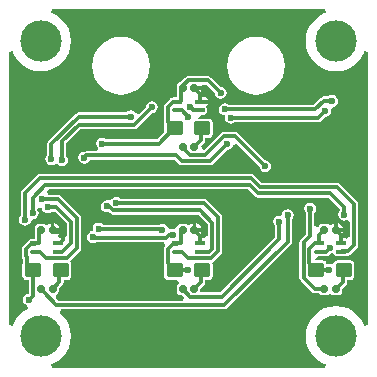
<source format=gbl>
G04*
G04 #@! TF.GenerationSoftware,Altium Limited,Altium Designer,19.1.8 (144)*
G04*
G04 Layer_Physical_Order=2*
G04 Layer_Color=16711680*
%FSAX43Y43*%
%MOMM*%
G71*
G01*
G75*
G04:AMPARAMS|DCode=34|XSize=0.6mm|YSize=0.6mm|CornerRadius=0.12mm|HoleSize=0mm|Usage=FLASHONLY|Rotation=0.000|XOffset=0mm|YOffset=0mm|HoleType=Round|Shape=RoundedRectangle|*
%AMROUNDEDRECTD34*
21,1,0.600,0.360,0,0,0.0*
21,1,0.360,0.600,0,0,0.0*
1,1,0.240,0.180,-0.180*
1,1,0.240,-0.180,-0.180*
1,1,0.240,-0.180,0.180*
1,1,0.240,0.180,0.180*
%
%ADD34ROUNDEDRECTD34*%
%ADD38C,0.300*%
%ADD40C,3.500*%
%ADD41C,0.600*%
G04:AMPARAMS|DCode=42|XSize=1.25mm|YSize=1.35mm|CornerRadius=0.125mm|HoleSize=0mm|Usage=FLASHONLY|Rotation=90.000|XOffset=0mm|YOffset=0mm|HoleType=Round|Shape=RoundedRectangle|*
%AMROUNDEDRECTD42*
21,1,1.250,1.100,0,0,90.0*
21,1,1.000,1.350,0,0,90.0*
1,1,0.250,0.550,0.500*
1,1,0.250,0.550,-0.500*
1,1,0.250,-0.550,-0.500*
1,1,0.250,-0.550,0.500*
%
%ADD42ROUNDEDRECTD42*%
G04:AMPARAMS|DCode=43|XSize=1mm|YSize=0.35mm|CornerRadius=0.088mm|HoleSize=0mm|Usage=FLASHONLY|Rotation=0.000|XOffset=0mm|YOffset=0mm|HoleType=Round|Shape=RoundedRectangle|*
%AMROUNDEDRECTD43*
21,1,1.000,0.175,0,0,0.0*
21,1,0.825,0.350,0,0,0.0*
1,1,0.175,0.413,-0.088*
1,1,0.175,-0.413,-0.088*
1,1,0.175,-0.413,0.088*
1,1,0.175,0.413,0.088*
%
%ADD43ROUNDEDRECTD43*%
G04:AMPARAMS|DCode=44|XSize=0.9mm|YSize=0.35mm|CornerRadius=0.088mm|HoleSize=0mm|Usage=FLASHONLY|Rotation=0.000|XOffset=0mm|YOffset=0mm|HoleType=Round|Shape=RoundedRectangle|*
%AMROUNDEDRECTD44*
21,1,0.900,0.175,0,0,0.0*
21,1,0.725,0.350,0,0,0.0*
1,1,0.175,0.363,-0.088*
1,1,0.175,-0.363,-0.088*
1,1,0.175,-0.363,0.088*
1,1,0.175,0.363,0.088*
%
%ADD44ROUNDEDRECTD44*%
G36*
X0126608Y0084894D02*
X0126519Y0084867D01*
X0126076Y0084631D01*
X0125688Y0084312D01*
X0125369Y0083924D01*
X0125133Y0083481D01*
X0124987Y0083000D01*
X0124938Y0082500D01*
X0124987Y0082000D01*
X0125133Y0081519D01*
X0125369Y0081076D01*
X0125688Y0080688D01*
X0126076Y0080369D01*
X0126519Y0080133D01*
X0127000Y0079987D01*
X0127500Y0079938D01*
X0128000Y0079987D01*
X0128481Y0080133D01*
X0128924Y0080369D01*
X0129312Y0080688D01*
X0129631Y0081076D01*
X0129867Y0081519D01*
X0129894Y0081608D01*
X0130194Y0081563D01*
X0130194Y0058437D01*
X0129894Y0058392D01*
X0129867Y0058481D01*
X0129631Y0058924D01*
X0129312Y0059312D01*
X0128924Y0059631D01*
X0128481Y0059867D01*
X0128000Y0060013D01*
X0127500Y0060062D01*
X0127000Y0060013D01*
X0126519Y0059867D01*
X0126076Y0059631D01*
X0125688Y0059312D01*
X0125369Y0058924D01*
X0125133Y0058481D01*
X0124987Y0058000D01*
X0124938Y0057500D01*
X0124987Y0057000D01*
X0125133Y0056519D01*
X0125369Y0056076D01*
X0125688Y0055688D01*
X0126076Y0055369D01*
X0126519Y0055133D01*
X0126608Y0055106D01*
X0126563Y0054806D01*
X0103437D01*
X0103392Y0055106D01*
X0103481Y0055133D01*
X0103924Y0055369D01*
X0104312Y0055688D01*
X0104631Y0056076D01*
X0104867Y0056519D01*
X0105013Y0057000D01*
X0105062Y0057500D01*
X0105013Y0058000D01*
X0104867Y0058481D01*
X0104631Y0058924D01*
X0104312Y0059312D01*
X0104091Y0059493D01*
X0104198Y0059793D01*
X0118050D01*
X0118187Y0059820D01*
X0118302Y0059898D01*
X0123652Y0065248D01*
X0123730Y0065363D01*
X0123757Y0065500D01*
Y0067362D01*
X0123760Y0067365D01*
X0123871Y0067530D01*
X0123910Y0067725D01*
X0123871Y0067920D01*
X0123760Y0068085D01*
X0123595Y0068196D01*
X0123400Y0068235D01*
X0123205Y0068196D01*
X0123040Y0068085D01*
X0122945Y0067944D01*
X0122929Y0067920D01*
X0122929Y0067920D01*
X0122890Y0067725D01*
X0122700Y0067710D01*
X0122505Y0067671D01*
X0122340Y0067560D01*
X0122229Y0067395D01*
X0122190Y0067200D01*
X0122229Y0067005D01*
X0122340Y0066840D01*
X0122343Y0066837D01*
Y0065852D01*
X0117698Y0061207D01*
X0116099D01*
X0116016Y0061308D01*
X0116012Y0061507D01*
X0116327Y0061822D01*
X0116404Y0061938D01*
X0116431Y0062074D01*
Y0062269D01*
X0116725D01*
X0116852Y0062294D01*
X0116959Y0062366D01*
X0117031Y0062473D01*
X0117056Y0062600D01*
Y0063600D01*
X0117031Y0063727D01*
X0117177Y0063873D01*
X0117752Y0064448D01*
X0117830Y0064563D01*
X0117857Y0064700D01*
Y0067607D01*
X0117830Y0067744D01*
X0117752Y0067859D01*
X0116564Y0069047D01*
X0116449Y0069125D01*
X0116312Y0069152D01*
X0109263D01*
X0109260Y0069156D01*
X0109095Y0069266D01*
X0108900Y0069305D01*
X0108705Y0069266D01*
X0108539Y0069156D01*
X0108318Y0068995D01*
X0108125Y0069003D01*
X0108090Y0069010D01*
X0107895Y0068971D01*
X0107730Y0068860D01*
X0107619Y0068695D01*
X0107580Y0068500D01*
X0107619Y0068305D01*
X0107730Y0068140D01*
X0107895Y0068029D01*
X0108090Y0067990D01*
X0108249Y0068022D01*
X0108378Y0067893D01*
X0108494Y0067815D01*
X0108631Y0067788D01*
X0115807D01*
X0116618Y0066977D01*
Y0066000D01*
X0116582Y0065950D01*
X0116356Y0065805D01*
X0116118Y0065850D01*
X0116005Y0066141D01*
X0116029Y0066176D01*
X0116057Y0066320D01*
Y0066350D01*
X0115500D01*
Y0066500D01*
X0115350D01*
Y0067057D01*
X0115320D01*
X0115176Y0067029D01*
X0115053Y0066947D01*
X0114805Y0066981D01*
X0114680Y0067006D01*
X0114320D01*
X0114195Y0066981D01*
X0114089Y0066911D01*
X0114019Y0066805D01*
X0113947Y0066669D01*
X0113700Y0066610D01*
X0113505Y0066571D01*
X0113271Y0066695D01*
X0113246Y0066732D01*
X0113160Y0066860D01*
X0112995Y0066971D01*
X0112800Y0067010D01*
X0112605Y0066971D01*
X0112584Y0066957D01*
X0107763D01*
X0107760Y0066960D01*
X0107595Y0067071D01*
X0107400Y0067110D01*
X0107205Y0067071D01*
X0107039Y0066960D01*
X0106929Y0066795D01*
X0106890Y0066600D01*
X0106900Y0066410D01*
X0106705Y0066371D01*
X0106705Y0066371D01*
X0106659Y0066340D01*
X0106540Y0066260D01*
X0106429Y0066095D01*
X0106390Y0065900D01*
X0106429Y0065705D01*
X0106540Y0065540D01*
X0106705Y0065429D01*
X0106900Y0065390D01*
X0107095Y0065429D01*
X0107191Y0065493D01*
X0112895D01*
X0113020Y0065193D01*
X0112998Y0065171D01*
X0112920Y0065055D01*
X0112893Y0064919D01*
Y0063672D01*
X0112920Y0063535D01*
X0112944Y0063500D01*
Y0062600D01*
X0112969Y0062473D01*
X0113041Y0062366D01*
X0113148Y0062294D01*
X0113275Y0062269D01*
X0114012D01*
X0114179Y0061991D01*
X0114176Y0061969D01*
X0114089Y0061911D01*
X0114019Y0061805D01*
X0113994Y0061680D01*
Y0061320D01*
X0114019Y0061195D01*
X0114089Y0061089D01*
X0114195Y0061019D01*
X0114320Y0060994D01*
X0114459D01*
X0114646Y0060764D01*
X0114540Y0060507D01*
X0103981D01*
X0103775Y0060725D01*
X0103786Y0060830D01*
X0103853Y0061051D01*
X0103911Y0061089D01*
X0103981Y0061195D01*
X0104006Y0061320D01*
Y0061502D01*
X0104327Y0061822D01*
X0104404Y0061938D01*
X0104431Y0062074D01*
Y0062269D01*
X0104725D01*
X0104852Y0062294D01*
X0104959Y0062366D01*
X0105031Y0062473D01*
X0105056Y0062600D01*
Y0063600D01*
X0105031Y0063727D01*
X0104982Y0063860D01*
X0105151Y0064046D01*
X0105802Y0064698D01*
X0105880Y0064813D01*
X0105907Y0064950D01*
Y0067475D01*
X0105880Y0067612D01*
X0105802Y0067727D01*
X0104177Y0069352D01*
X0104062Y0069430D01*
X0103925Y0069457D01*
X0103103D01*
X0103000Y0069757D01*
X0103169Y0069943D01*
X0120045D01*
X0120641Y0069348D01*
X0120756Y0069270D01*
X0120893Y0069243D01*
X0126852D01*
X0127682Y0068413D01*
X0127840Y0068160D01*
X0127729Y0067995D01*
X0127690Y0067800D01*
X0127729Y0067605D01*
X0127840Y0067440D01*
X0128005Y0067329D01*
X0128200Y0067290D01*
X0128378Y0067326D01*
X0128400Y0067326D01*
X0128678Y0067157D01*
Y0065960D01*
X0128595Y0065887D01*
X0128378Y0065769D01*
X0128312Y0065782D01*
X0128080D01*
X0127998Y0065948D01*
X0127966Y0066082D01*
X0128029Y0066176D01*
X0128057Y0066320D01*
Y0066350D01*
X0127500D01*
Y0066500D01*
X0127350D01*
Y0067057D01*
X0127320D01*
X0127176Y0067029D01*
X0127053Y0066947D01*
X0126805Y0066981D01*
X0126680Y0067006D01*
X0126320D01*
X0126195Y0066981D01*
X0126089Y0066911D01*
X0126019Y0066805D01*
X0126010Y0066764D01*
X0125957Y0066723D01*
X0125662Y0066868D01*
X0125657Y0066876D01*
Y0067937D01*
X0125660Y0067940D01*
X0125771Y0068105D01*
X0125810Y0068300D01*
X0125771Y0068495D01*
X0125660Y0068660D01*
X0125495Y0068771D01*
X0125300Y0068810D01*
X0125105Y0068771D01*
X0124940Y0068660D01*
X0124829Y0068495D01*
X0124790Y0068300D01*
X0124829Y0068105D01*
X0124940Y0067940D01*
X0124943Y0067937D01*
Y0066148D01*
X0124498Y0065702D01*
X0124420Y0065587D01*
X0124393Y0065450D01*
Y0062453D01*
X0124420Y0062317D01*
X0124498Y0062201D01*
X0125451Y0061248D01*
X0125567Y0061170D01*
X0125703Y0061143D01*
X0126053D01*
X0126089Y0061089D01*
X0126195Y0061019D01*
X0126320Y0060994D01*
X0126680D01*
X0126805Y0061019D01*
X0126911Y0061089D01*
X0127089D01*
X0127195Y0061019D01*
X0127320Y0060994D01*
X0127680D01*
X0127805Y0061019D01*
X0127911Y0061089D01*
X0127981Y0061195D01*
X0128006Y0061320D01*
Y0061502D01*
X0128327Y0061822D01*
X0128404Y0061938D01*
X0128431Y0062074D01*
Y0062269D01*
X0128725D01*
X0128852Y0062294D01*
X0128959Y0062366D01*
X0129031Y0062473D01*
X0129056Y0062600D01*
Y0063600D01*
X0129031Y0063727D01*
X0128959Y0063834D01*
X0128852Y0063906D01*
X0128725Y0063931D01*
X0127625D01*
X0127498Y0063906D01*
X0127391Y0063834D01*
X0127344Y0063765D01*
X0127126Y0063595D01*
X0126994Y0063591D01*
X0126900Y0063610D01*
X0126735Y0063577D01*
X0126706Y0063600D01*
X0126681Y0063727D01*
X0126609Y0063834D01*
X0126502Y0063906D01*
X0126375Y0063931D01*
X0125666D01*
X0125662Y0063980D01*
X0125933Y0064269D01*
X0126512D01*
X0126625Y0064292D01*
X0126627Y0064293D01*
X0126650D01*
X0126787Y0064320D01*
X0126902Y0064398D01*
X0126996Y0064491D01*
X0127000Y0064490D01*
X0127195Y0064529D01*
X0127380Y0064355D01*
X0127475Y0064292D01*
X0127588Y0064269D01*
X0128312D01*
X0128425Y0064292D01*
X0128464Y0064318D01*
X0128528D01*
X0128665Y0064345D01*
X0128781Y0064423D01*
X0129287Y0064929D01*
X0129364Y0065045D01*
X0129391Y0065181D01*
Y0068666D01*
X0129364Y0068802D01*
X0129287Y0068918D01*
X0127852Y0070352D01*
X0127737Y0070430D01*
X0127600Y0070457D01*
X0121248D01*
X0120552Y0071152D01*
X0120437Y0071230D01*
X0120300Y0071257D01*
X0102400D01*
X0102263Y0071230D01*
X0102148Y0071152D01*
X0100902Y0069907D01*
X0100825Y0069791D01*
X0100798Y0069655D01*
Y0067710D01*
X0100693Y0067554D01*
X0100654Y0067358D01*
X0100693Y0067163D01*
X0100804Y0066998D01*
X0100969Y0066887D01*
X0101164Y0066849D01*
X0101359Y0066887D01*
X0101525Y0066998D01*
X0101635Y0067163D01*
X0101638Y0067176D01*
X0101805Y0067423D01*
X0102000Y0067462D01*
X0102165Y0067573D01*
X0102276Y0067738D01*
X0102314Y0067933D01*
X0102276Y0068128D01*
X0102210Y0068226D01*
X0102214Y0068238D01*
X0102301Y0068315D01*
X0102569Y0068374D01*
X0102600Y0068351D01*
X0102629Y0068205D01*
X0102739Y0068039D01*
X0102905Y0067929D01*
X0103100Y0067890D01*
X0103295Y0067929D01*
X0103460Y0068039D01*
X0103762Y0067984D01*
X0104693Y0067052D01*
Y0065950D01*
X0104587Y0065867D01*
X0104393Y0065766D01*
X0104312Y0065782D01*
X0104080D01*
X0103998Y0065948D01*
X0103966Y0066082D01*
X0104029Y0066176D01*
X0104057Y0066320D01*
Y0066350D01*
X0103500D01*
Y0066500D01*
X0103350D01*
Y0067057D01*
X0103320D01*
X0103176Y0067029D01*
X0103053Y0066947D01*
X0102805Y0066981D01*
X0102680Y0067006D01*
X0102320D01*
X0102195Y0066981D01*
X0102089Y0066911D01*
X0102019Y0066805D01*
X0101994Y0066680D01*
Y0066353D01*
X0101993Y0066350D01*
Y0065731D01*
X0101688D01*
X0101575Y0065708D01*
X0101480Y0065645D01*
X0101460Y0065615D01*
X0101404Y0065577D01*
X0100998Y0065171D01*
X0100920Y0065055D01*
X0100893Y0064919D01*
Y0064272D01*
X0100920Y0064135D01*
X0100990Y0064031D01*
Y0063758D01*
X0100969Y0063727D01*
X0100944Y0063600D01*
Y0062600D01*
X0100969Y0062473D01*
X0101041Y0062366D01*
X0101148Y0062294D01*
X0101275Y0062269D01*
X0101468D01*
Y0061103D01*
X0101305Y0061071D01*
X0101140Y0060960D01*
X0101029Y0060795D01*
X0100990Y0060600D01*
X0101029Y0060405D01*
X0101140Y0060240D01*
X0101305Y0060129D01*
X0101354Y0060119D01*
X0101401Y0059804D01*
X0101076Y0059631D01*
X0100688Y0059312D01*
X0100369Y0058924D01*
X0100133Y0058481D01*
X0100106Y0058392D01*
X0099806Y0058437D01*
Y0081563D01*
X0100106Y0081608D01*
X0100133Y0081519D01*
X0100369Y0081076D01*
X0100688Y0080688D01*
X0101076Y0080369D01*
X0101519Y0080133D01*
X0102000Y0079987D01*
X0102500Y0079938D01*
X0103000Y0079987D01*
X0103481Y0080133D01*
X0103924Y0080369D01*
X0104312Y0080688D01*
X0104631Y0081076D01*
X0104867Y0081519D01*
X0105013Y0082000D01*
X0105062Y0082500D01*
X0105013Y0083000D01*
X0104867Y0083481D01*
X0104631Y0083924D01*
X0104312Y0084312D01*
X0103924Y0084631D01*
X0103481Y0084867D01*
X0103392Y0084894D01*
X0103437Y0085194D01*
X0126563Y0085194D01*
X0126608Y0084894D01*
D02*
G37*
%LPC*%
G36*
X0120715Y0082837D02*
X0120240Y0082790D01*
X0119783Y0082651D01*
X0119361Y0082426D01*
X0118992Y0082123D01*
X0118689Y0081754D01*
X0118464Y0081332D01*
X0118325Y0080875D01*
X0118278Y0080400D01*
X0118325Y0079925D01*
X0118464Y0079467D01*
X0118689Y0079046D01*
X0118992Y0078677D01*
X0119361Y0078374D01*
X0119783Y0078149D01*
X0120240Y0078010D01*
X0120715Y0077963D01*
X0121190Y0078010D01*
X0121647Y0078149D01*
X0122069Y0078374D01*
X0122438Y0078677D01*
X0122741Y0079046D01*
X0122966Y0079467D01*
X0123105Y0079925D01*
X0123152Y0080400D01*
X0123105Y0080875D01*
X0122966Y0081332D01*
X0122741Y0081754D01*
X0122438Y0082123D01*
X0122069Y0082426D01*
X0121647Y0082651D01*
X0121190Y0082790D01*
X0120715Y0082837D01*
D02*
G37*
G36*
X0109285D02*
X0108810Y0082790D01*
X0108353Y0082651D01*
X0107931Y0082426D01*
X0107562Y0082123D01*
X0107259Y0081754D01*
X0107034Y0081332D01*
X0106895Y0080875D01*
X0106848Y0080400D01*
X0106895Y0079925D01*
X0107034Y0079467D01*
X0107259Y0079046D01*
X0107562Y0078677D01*
X0107931Y0078374D01*
X0108353Y0078149D01*
X0108810Y0078010D01*
X0109285Y0077963D01*
X0109760Y0078010D01*
X0110217Y0078149D01*
X0110639Y0078374D01*
X0111008Y0078677D01*
X0111311Y0079046D01*
X0111536Y0079467D01*
X0111675Y0079925D01*
X0111722Y0080400D01*
X0111675Y0080875D01*
X0111536Y0081332D01*
X0111311Y0081754D01*
X0111008Y0082123D01*
X0110639Y0082426D01*
X0110217Y0082651D01*
X0109760Y0082790D01*
X0109285Y0082837D01*
D02*
G37*
G36*
X0116684Y0079507D02*
X0114950D01*
X0114813Y0079480D01*
X0114698Y0079402D01*
X0114297Y0079002D01*
X0114195Y0078981D01*
X0114089Y0078911D01*
X0114019Y0078805D01*
X0113994Y0078680D01*
Y0078353D01*
X0113993Y0078350D01*
Y0077731D01*
X0113688D01*
X0113575Y0077708D01*
X0113480Y0077645D01*
X0113460Y0077615D01*
X0113404Y0077577D01*
X0112998Y0077171D01*
X0112920Y0077055D01*
X0112893Y0076919D01*
Y0075672D01*
X0112920Y0075535D01*
X0112944Y0075500D01*
Y0074773D01*
X0112327Y0074157D01*
X0108063D01*
X0108060Y0074160D01*
X0107895Y0074271D01*
X0107700Y0074310D01*
X0107505Y0074271D01*
X0107340Y0074160D01*
X0107229Y0073995D01*
X0107190Y0073800D01*
X0107229Y0073605D01*
X0107328Y0073457D01*
X0107308Y0073363D01*
X0107223Y0073157D01*
X0106350D01*
X0106213Y0073130D01*
X0106211Y0073128D01*
X0106175Y0073135D01*
X0105980Y0073096D01*
X0105815Y0072985D01*
X0105704Y0072820D01*
X0105665Y0072625D01*
X0105704Y0072430D01*
X0105815Y0072265D01*
X0105980Y0072154D01*
X0106175Y0072115D01*
X0106370Y0072154D01*
X0106535Y0072265D01*
X0106646Y0072430D01*
X0106649Y0072443D01*
X0113816D01*
X0114161Y0072098D01*
X0114277Y0072020D01*
X0114414Y0071993D01*
X0116850D01*
X0116987Y0072020D01*
X0117102Y0072098D01*
X0118296Y0073291D01*
X0118300Y0073290D01*
X0118495Y0073329D01*
X0118660Y0073440D01*
X0118771Y0073605D01*
X0118787Y0073684D01*
X0119088Y0073802D01*
X0119093Y0073802D01*
X0120991Y0071904D01*
X0120990Y0071900D01*
X0121029Y0071705D01*
X0121140Y0071540D01*
X0121305Y0071429D01*
X0121500Y0071390D01*
X0121695Y0071429D01*
X0121860Y0071540D01*
X0121971Y0071705D01*
X0122010Y0071900D01*
X0121971Y0072095D01*
X0121860Y0072260D01*
X0121695Y0072371D01*
X0121500Y0072410D01*
X0121496Y0072409D01*
X0119202Y0074702D01*
X0119087Y0074780D01*
X0118950Y0074807D01*
X0118031D01*
X0117894Y0074780D01*
X0117778Y0074702D01*
X0116362Y0073286D01*
X0116214Y0073291D01*
X0116099Y0073595D01*
X0116327Y0073822D01*
X0116404Y0073938D01*
X0116431Y0074074D01*
Y0074269D01*
X0116725D01*
X0116852Y0074294D01*
X0116959Y0074366D01*
X0117031Y0074473D01*
X0117056Y0074600D01*
Y0075600D01*
X0117031Y0075727D01*
X0116959Y0075834D01*
X0116852Y0075906D01*
X0116725Y0075931D01*
X0115807D01*
X0115782Y0075958D01*
X0115782Y0075979D01*
X0116071Y0076269D01*
X0116312D01*
X0116425Y0076292D01*
X0116520Y0076355D01*
X0116583Y0076450D01*
X0116606Y0076562D01*
Y0076738D01*
X0116583Y0076850D01*
X0116520Y0076945D01*
X0116630Y0077131D01*
X0116644Y0077200D01*
X0115950D01*
Y0077500D01*
X0116644D01*
X0116630Y0077569D01*
X0116556Y0077681D01*
X0116444Y0077755D01*
X0116312Y0077782D01*
X0116080D01*
X0115998Y0077948D01*
X0115966Y0078082D01*
X0116029Y0078176D01*
X0116057Y0078320D01*
Y0078350D01*
X0115500D01*
Y0078650D01*
X0116057D01*
Y0078680D01*
X0116150Y0078793D01*
X0116536D01*
X0117220Y0078109D01*
X0117219Y0078105D01*
X0117258Y0077910D01*
X0117369Y0077744D01*
X0117534Y0077634D01*
X0117729Y0077595D01*
X0117924Y0077634D01*
X0118089Y0077744D01*
X0118200Y0077910D01*
X0118239Y0078105D01*
X0118200Y0078300D01*
X0118089Y0078465D01*
X0117924Y0078576D01*
X0117729Y0078615D01*
X0117725Y0078614D01*
X0116936Y0079402D01*
X0116820Y0079480D01*
X0116684Y0079507D01*
D02*
G37*
G36*
X0127175Y0077935D02*
X0126980Y0077896D01*
X0126847Y0077807D01*
X0126450D01*
X0126313Y0077780D01*
X0126198Y0077702D01*
X0125552Y0077057D01*
X0118463D01*
X0118460Y0077060D01*
X0118295Y0077171D01*
X0118100Y0077210D01*
X0117905Y0077171D01*
X0117739Y0077060D01*
X0117629Y0076895D01*
X0117590Y0076700D01*
X0117629Y0076505D01*
X0117739Y0076339D01*
X0117905Y0076229D01*
X0118100Y0076190D01*
X0118090Y0076000D01*
X0118129Y0075805D01*
X0118240Y0075640D01*
X0118405Y0075529D01*
X0118600Y0075490D01*
X0118795Y0075529D01*
X0118960Y0075640D01*
X0118963Y0075643D01*
X0126000D01*
X0126137Y0075670D01*
X0126252Y0075748D01*
X0126596Y0076091D01*
X0126600Y0076090D01*
X0126795Y0076129D01*
X0126960Y0076240D01*
X0127071Y0076405D01*
X0127110Y0076600D01*
X0127105Y0076623D01*
X0127159Y0076847D01*
X0127324Y0076945D01*
X0127370Y0076954D01*
X0127535Y0077065D01*
X0127646Y0077230D01*
X0127685Y0077425D01*
X0127646Y0077620D01*
X0127535Y0077785D01*
X0127370Y0077896D01*
X0127175Y0077935D01*
D02*
G37*
G36*
X0111900Y0077410D02*
X0111705Y0077371D01*
X0111540Y0077260D01*
X0111429Y0077095D01*
X0111390Y0076900D01*
X0111391Y0076896D01*
X0110843Y0076348D01*
X0110489Y0076418D01*
X0110460Y0076460D01*
X0110295Y0076571D01*
X0110100Y0076610D01*
X0109905Y0076571D01*
X0109740Y0076460D01*
X0109737Y0076457D01*
X0105700D01*
X0105563Y0076430D01*
X0105448Y0076352D01*
X0103148Y0074052D01*
X0103070Y0073937D01*
X0103043Y0073800D01*
Y0072863D01*
X0103040Y0072860D01*
X0102929Y0072695D01*
X0102890Y0072500D01*
X0102929Y0072305D01*
X0103040Y0072140D01*
X0103205Y0072029D01*
X0103400Y0071990D01*
X0103595Y0072029D01*
X0103760Y0072140D01*
X0103939Y0072039D01*
X0104105Y0071929D01*
X0104300Y0071890D01*
X0104495Y0071929D01*
X0104660Y0072039D01*
X0104771Y0072205D01*
X0104810Y0072400D01*
X0104771Y0072595D01*
X0104660Y0072760D01*
X0104657Y0072763D01*
Y0073845D01*
X0105855Y0075043D01*
X0110400D01*
X0110537Y0075070D01*
X0110652Y0075148D01*
X0111896Y0076391D01*
X0111900Y0076390D01*
X0112095Y0076429D01*
X0112260Y0076540D01*
X0112371Y0076705D01*
X0112410Y0076900D01*
X0112371Y0077095D01*
X0112260Y0077260D01*
X0112095Y0077371D01*
X0111900Y0077410D01*
D02*
G37*
G36*
X0103680Y0067057D02*
X0103650D01*
Y0066650D01*
X0104057D01*
Y0066680D01*
X0104029Y0066824D01*
X0103947Y0066947D01*
X0103824Y0067029D01*
X0103680Y0067057D01*
D02*
G37*
G36*
X0115680D02*
X0115650D01*
Y0066650D01*
X0116057D01*
Y0066680D01*
X0116029Y0066824D01*
X0115947Y0066947D01*
X0115824Y0067029D01*
X0115680Y0067057D01*
D02*
G37*
G36*
X0127680D02*
X0127650D01*
Y0066650D01*
X0128057D01*
Y0066680D01*
X0128029Y0066824D01*
X0127947Y0066947D01*
X0127824Y0067029D01*
X0127680Y0067057D01*
D02*
G37*
%LPD*%
D34*
X0102500Y0066500D02*
D03*
X0103500D02*
D03*
X0102500Y0061500D02*
D03*
X0103500D02*
D03*
X0114500Y0066500D02*
D03*
X0115500D02*
D03*
X0114500Y0061500D02*
D03*
X0115500D02*
D03*
X0114500Y0078500D02*
D03*
X0115500D02*
D03*
X0114500Y0073500D02*
D03*
X0115500Y0073500D02*
D03*
X0127500Y0061500D02*
D03*
X0126500D02*
D03*
X0127500Y0066500D02*
D03*
X0126500D02*
D03*
D38*
X0105050Y0065381D02*
Y0067200D01*
X0103790Y0068460D02*
X0105050Y0067200D01*
X0103160Y0068460D02*
X0103790D01*
X0105550Y0064950D02*
Y0067475D01*
X0103925Y0069100D02*
X0105550Y0067475D01*
X0102600Y0069100D02*
X0103925D01*
X0104343Y0066357D02*
X0104400Y0066300D01*
X0103643Y0066357D02*
X0104343D01*
X0103500Y0066500D02*
X0103643Y0066357D01*
X0104400Y0065619D02*
Y0066300D01*
X0104131Y0065350D02*
X0104400Y0065619D01*
X0103500Y0066500D02*
X0103631D01*
X0115955Y0068145D02*
X0116975Y0067125D01*
Y0064889D02*
Y0067125D01*
X0116736Y0064650D02*
X0116975Y0064889D01*
X0116312Y0068795D02*
X0117500Y0067607D01*
Y0064700D02*
Y0067607D01*
X0116925Y0064125D02*
X0117500Y0064700D01*
X0114950Y0064125D02*
X0116925D01*
X0115950Y0064650D02*
X0116736D01*
X0125250Y0063725D02*
X0125875Y0063100D01*
X0118050Y0060150D02*
X0123400Y0065500D01*
X0103825Y0060150D02*
X0118050D01*
X0102850Y0061125D02*
X0103825Y0060150D01*
X0114500Y0061475D02*
X0115125Y0060850D01*
X0114500Y0061475D02*
Y0061500D01*
X0123400Y0065500D02*
Y0067725D01*
X0114414Y0072350D02*
X0116850D01*
X0113964Y0072800D02*
X0114414Y0072350D01*
X0106350Y0072800D02*
X0113964D01*
X0114500Y0073475D02*
X0115125Y0072850D01*
X0114500Y0073475D02*
Y0073500D01*
X0101805Y0069224D02*
X0102881Y0070300D01*
X0101805Y0067933D02*
Y0069224D01*
X0101155Y0069655D02*
X0102400Y0070900D01*
X0101155Y0067368D02*
Y0069655D01*
Y0067368D02*
X0101164Y0067358D01*
X0106175Y0072625D02*
X0106350Y0072800D01*
X0116850Y0072350D02*
X0118300Y0073800D01*
X0108631Y0068145D02*
X0115955D01*
X0108900Y0068795D02*
X0116312D01*
X0108276Y0068500D02*
X0108631Y0068145D01*
X0108090Y0068500D02*
X0108276D01*
X0120193Y0070300D02*
X0120893Y0069600D01*
X0102881Y0070300D02*
X0120193D01*
X0116684Y0079150D02*
X0117729Y0078105D01*
X0114950Y0079150D02*
X0116684D01*
X0114500Y0078700D02*
X0114950Y0079150D01*
X0118600Y0076000D02*
X0126000D01*
X0126600Y0076600D01*
X0118100Y0076700D02*
X0125700D01*
X0126450Y0077450D01*
X0127150D01*
X0127175Y0077425D01*
X0105707Y0075400D02*
X0110400D01*
X0104300Y0073993D02*
X0105707Y0075400D01*
X0104300Y0072400D02*
Y0073993D01*
X0105700Y0076100D02*
X0110100D01*
X0103400Y0073800D02*
X0105700Y0076100D01*
X0103400Y0072500D02*
Y0073800D01*
X0116431Y0072850D02*
X0118031Y0074450D01*
X0115125Y0072850D02*
X0116431D01*
X0102400Y0070900D02*
X0120300D01*
X0115119Y0076900D02*
X0115200D01*
X0115425Y0076675D01*
X0115925D01*
X0115950Y0076650D01*
X0115975Y0076675D01*
X0115119Y0076900D02*
X0115194Y0076825D01*
X0114975Y0076100D02*
X0115000D01*
X0114425Y0076650D02*
X0114975Y0076100D01*
X0126650Y0064650D02*
X0127000Y0065000D01*
X0126100Y0064650D02*
X0126650D01*
X0128528Y0064675D02*
X0129034Y0065181D01*
X0127975Y0064675D02*
X0128528D01*
X0129034Y0065181D02*
Y0068666D01*
X0127600Y0070100D02*
X0129034Y0068666D01*
X0127950Y0064650D02*
X0127975Y0064675D01*
X0112475Y0073800D02*
X0113775Y0075100D01*
X0107700Y0073800D02*
X0112475D01*
X0110400Y0075400D02*
X0111900Y0076900D01*
X0115998Y0077375D02*
Y0078002D01*
X0115973Y0077350D02*
X0115998Y0077375D01*
X0115950Y0077350D02*
X0115973D01*
X0115500Y0078500D02*
X0115998Y0078002D01*
X0122700Y0065705D02*
Y0067200D01*
X0117845Y0060850D02*
X0122700Y0065705D01*
X0115125Y0060850D02*
X0117845D01*
X0128200Y0067800D02*
Y0068400D01*
X0127000Y0069600D02*
X0128200Y0068400D01*
X0120893Y0069600D02*
X0127000D01*
X0120300Y0070900D02*
X0121100Y0070100D01*
X0127950Y0065350D02*
Y0066050D01*
X0127500Y0066500D02*
X0127950Y0066050D01*
X0115998Y0065375D02*
Y0066002D01*
X0115973Y0065350D02*
X0115998Y0065375D01*
X0115950Y0065350D02*
X0115973D01*
X0115500Y0066500D02*
X0115998Y0066002D01*
X0103950Y0065350D02*
X0104131D01*
X0112700Y0066600D02*
X0112800Y0066500D01*
X0107400Y0066600D02*
X0112700D01*
X0118950Y0074450D02*
X0121500Y0071900D01*
X0118031Y0074450D02*
X0118950D01*
X0121100Y0070100D02*
X0127600D01*
X0113775Y0075100D02*
X0113822D01*
X0101500Y0060600D02*
X0101825Y0060925D01*
Y0063100D01*
X0125875D02*
X0126900D01*
X0125825D02*
X0125875D01*
X0113825D02*
X0115000D01*
X0114500Y0078500D02*
Y0078700D01*
Y0078500D02*
X0114500Y0078500D01*
X0113250Y0075672D02*
X0113822Y0075100D01*
X0106950Y0065850D02*
X0113069D01*
X0113319Y0066100D02*
X0113700D01*
X0113069Y0065850D02*
X0113319Y0066100D01*
X0113250Y0063672D02*
X0113822Y0063100D01*
X0106900Y0065900D02*
X0106950Y0065850D01*
X0113656Y0065325D02*
X0114025D01*
X0113250Y0064919D02*
X0113656Y0065325D01*
X0114350Y0066350D02*
X0114500Y0066500D01*
X0114350Y0065375D02*
Y0066350D01*
X0114325Y0065350D02*
X0114350Y0065375D01*
X0114425Y0064650D02*
X0114950Y0064125D01*
X0114100Y0064650D02*
X0114425D01*
X0115500Y0073500D02*
X0116074Y0074074D01*
X0114100Y0076650D02*
X0114425D01*
X0104319Y0064650D02*
X0105050Y0065381D01*
X0103950Y0064650D02*
X0104319D01*
X0104725Y0064125D02*
X0105550Y0064950D01*
X0102950Y0064125D02*
X0104725D01*
X0102425Y0064650D02*
X0102950Y0064125D01*
X0102100Y0064650D02*
X0102425D01*
X0125300Y0066000D02*
Y0068300D01*
X0124750Y0065450D02*
X0125300Y0066000D01*
X0124750Y0062453D02*
Y0065450D01*
X0128074Y0062074D02*
Y0062999D01*
X0127500Y0061500D02*
X0128074Y0062074D01*
Y0062999D02*
X0128175Y0063100D01*
X0125681Y0065350D02*
X0126050D01*
X0125250Y0064919D02*
X0125681Y0065350D01*
X0126050D02*
Y0066050D01*
X0126500Y0066500D01*
X0125250Y0063725D02*
Y0064919D01*
X0124750Y0062453D02*
X0125703Y0061500D01*
X0126500D01*
X0102350Y0065375D02*
Y0066350D01*
X0114025Y0077325D02*
X0114050Y0077350D01*
X0113656Y0077325D02*
X0114025D01*
X0113250Y0076919D02*
X0113656Y0077325D01*
X0113250Y0075672D02*
Y0076919D01*
X0113822Y0075100D02*
X0113825D01*
X0116074Y0074074D02*
Y0074999D01*
X0116175Y0075100D01*
X0114025Y0065325D02*
X0114050Y0065350D01*
X0113250Y0063672D02*
Y0064919D01*
X0113822Y0063100D02*
X0113825D01*
X0102025Y0065325D02*
X0102050Y0065350D01*
X0101656Y0065325D02*
X0102025D01*
X0101250Y0064919D02*
X0101656Y0065325D01*
X0101250Y0064272D02*
Y0064919D01*
Y0064272D02*
X0101347Y0064175D01*
Y0063575D02*
Y0064175D01*
Y0063575D02*
X0101822Y0063100D01*
X0101825D01*
X0114050Y0077350D02*
X0114325D01*
X0114350Y0077375D01*
Y0078350D01*
X0114500Y0078500D01*
X0102050Y0065350D02*
X0102325D01*
X0102350Y0065375D01*
Y0066350D02*
X0102500Y0066500D01*
X0114050Y0065350D02*
X0114325D01*
X0102850Y0061125D02*
Y0061150D01*
X0102500Y0061500D02*
X0102850Y0061150D01*
X0116074Y0062074D02*
Y0062999D01*
X0116175Y0063100D01*
X0115500Y0061500D02*
X0116074Y0062074D01*
X0104074Y0062074D02*
Y0062999D01*
X0104175Y0063100D01*
X0103500Y0061500D02*
X0104074Y0062074D01*
D40*
X0102500Y0057500D02*
D03*
Y0082500D02*
D03*
X0127500D02*
D03*
Y0057500D02*
D03*
D41*
X0123400Y0067725D02*
D03*
X0101805Y0067933D02*
D03*
X0101164Y0067358D02*
D03*
X0108300Y0071900D02*
D03*
X0109100Y0077100D02*
D03*
X0117400Y0059300D02*
D03*
X0112500Y0078500D02*
D03*
X0105600Y0080800D02*
D03*
X0107200Y0069400D02*
D03*
X0108900Y0068795D02*
D03*
X0122600Y0075100D02*
D03*
X0117729Y0078105D02*
D03*
X0123200Y0077600D02*
D03*
X0118100Y0076700D02*
D03*
X0118600Y0076000D02*
D03*
X0106175Y0072625D02*
D03*
X0103100Y0068400D02*
D03*
X0102600Y0069100D02*
D03*
X0105400Y0059000D02*
D03*
X0110800Y0057100D02*
D03*
X0128800Y0060900D02*
D03*
X0122200Y0057000D02*
D03*
X0122100Y0068500D02*
D03*
X0101800Y0077900D02*
D03*
X0118800Y0083800D02*
D03*
X0111700D02*
D03*
X0127700Y0071100D02*
D03*
X0126200D02*
D03*
X0126950Y0071550D02*
D03*
X0127700Y0072000D02*
D03*
X0126200D02*
D03*
X0115119Y0076900D02*
D03*
X0115000Y0076100D02*
D03*
X0127000Y0065000D02*
D03*
X0108090Y0068500D02*
D03*
X0107700Y0073800D02*
D03*
X0122700Y0067200D02*
D03*
X0107400Y0066600D02*
D03*
X0121500Y0071900D02*
D03*
X0104400Y0066300D02*
D03*
X0128200Y0067800D02*
D03*
X0110100Y0076100D02*
D03*
X0111900Y0076900D02*
D03*
X0101500Y0060600D02*
D03*
X0126900Y0063100D02*
D03*
X0115000D02*
D03*
X0126600Y0076600D02*
D03*
X0127175Y0077425D02*
D03*
X0112800Y0066500D02*
D03*
X0113700Y0066100D02*
D03*
X0106900Y0065900D02*
D03*
X0118300Y0073800D02*
D03*
X0104300Y0072400D02*
D03*
X0103400Y0072500D02*
D03*
X0125300Y0068300D02*
D03*
D42*
X0104175Y0063100D02*
D03*
X0101825D02*
D03*
X0116175D02*
D03*
X0113825D02*
D03*
X0116175Y0075100D02*
D03*
X0113825D02*
D03*
X0128175Y0063100D02*
D03*
X0125825D02*
D03*
D43*
X0102100Y0064650D02*
D03*
X0114100Y0064650D02*
D03*
Y0076650D02*
D03*
X0126100Y0064650D02*
D03*
D44*
X0102050Y0065350D02*
D03*
X0103950D02*
D03*
Y0064650D02*
D03*
X0114050Y0065350D02*
D03*
X0115950D02*
D03*
Y0064650D02*
D03*
X0114050Y0077350D02*
D03*
X0115950D02*
D03*
Y0076650D02*
D03*
X0126050Y0065350D02*
D03*
X0127950D02*
D03*
Y0064650D02*
D03*
M02*

</source>
